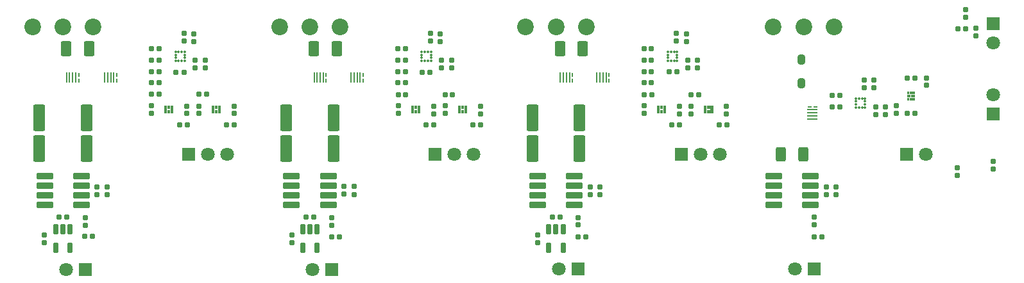
<source format=gts>
G04*
G04 #@! TF.GenerationSoftware,Altium Limited,Altium Designer,22.5.1 (42)*
G04*
G04 Layer_Color=8388736*
%FSLAX43Y43*%
%MOMM*%
G71*
G04*
G04 #@! TF.SameCoordinates,4758D546-D6FF-4842-BEF5-D4663405D71A*
G04*
G04*
G04 #@! TF.FilePolarity,Negative*
G04*
G01*
G75*
%ADD13O,0.180X0.560*%
%ADD14O,0.180X1.362*%
%ADD15O,1.362X0.180*%
%ADD16O,0.560X0.180*%
%ADD17C,0.350*%
G04:AMPARAMS|DCode=18|XSize=0.71mm|YSize=0.7mm|CornerRadius=0.125mm|HoleSize=0mm|Usage=FLASHONLY|Rotation=270.000|XOffset=0mm|YOffset=0mm|HoleType=Round|Shape=RoundedRectangle|*
%AMROUNDEDRECTD18*
21,1,0.710,0.450,0,0,270.0*
21,1,0.460,0.700,0,0,270.0*
1,1,0.250,-0.225,-0.230*
1,1,0.250,-0.225,0.230*
1,1,0.250,0.225,0.230*
1,1,0.250,0.225,-0.230*
%
%ADD18ROUNDEDRECTD18*%
G04:AMPARAMS|DCode=19|XSize=0.71mm|YSize=0.7mm|CornerRadius=0.125mm|HoleSize=0mm|Usage=FLASHONLY|Rotation=0.000|XOffset=0mm|YOffset=0mm|HoleType=Round|Shape=RoundedRectangle|*
%AMROUNDEDRECTD19*
21,1,0.710,0.450,0,0,0.0*
21,1,0.460,0.700,0,0,0.0*
1,1,0.250,0.230,-0.225*
1,1,0.250,-0.230,-0.225*
1,1,0.250,-0.230,0.225*
1,1,0.250,0.230,0.225*
%
%ADD19ROUNDEDRECTD19*%
G04:AMPARAMS|DCode=20|XSize=0.69mm|YSize=0.7mm|CornerRadius=0.124mm|HoleSize=0mm|Usage=FLASHONLY|Rotation=270.000|XOffset=0mm|YOffset=0mm|HoleType=Round|Shape=RoundedRectangle|*
%AMROUNDEDRECTD20*
21,1,0.690,0.453,0,0,270.0*
21,1,0.443,0.700,0,0,270.0*
1,1,0.248,-0.226,-0.221*
1,1,0.248,-0.226,0.221*
1,1,0.248,0.226,0.221*
1,1,0.248,0.226,-0.221*
%
%ADD20ROUNDEDRECTD20*%
G04:AMPARAMS|DCode=21|XSize=0.97mm|YSize=1.3mm|CornerRadius=0.268mm|HoleSize=0mm|Usage=FLASHONLY|Rotation=0.000|XOffset=0mm|YOffset=0mm|HoleType=Round|Shape=RoundedRectangle|*
%AMROUNDEDRECTD21*
21,1,0.970,0.765,0,0,0.0*
21,1,0.435,1.300,0,0,0.0*
1,1,0.535,0.217,-0.383*
1,1,0.535,-0.217,-0.383*
1,1,0.535,-0.217,0.383*
1,1,0.535,0.217,0.383*
%
%ADD21ROUNDEDRECTD21*%
G04:AMPARAMS|DCode=22|XSize=0.69mm|YSize=0.7mm|CornerRadius=0.124mm|HoleSize=0mm|Usage=FLASHONLY|Rotation=180.000|XOffset=0mm|YOffset=0mm|HoleType=Round|Shape=RoundedRectangle|*
%AMROUNDEDRECTD22*
21,1,0.690,0.453,0,0,180.0*
21,1,0.443,0.700,0,0,180.0*
1,1,0.248,-0.221,0.226*
1,1,0.248,0.221,0.226*
1,1,0.248,0.221,-0.226*
1,1,0.248,-0.221,-0.226*
%
%ADD22ROUNDEDRECTD22*%
G04:AMPARAMS|DCode=23|XSize=0.78mm|YSize=2.27mm|CornerRadius=0.135mm|HoleSize=0mm|Usage=FLASHONLY|Rotation=90.000|XOffset=0mm|YOffset=0mm|HoleType=Round|Shape=RoundedRectangle|*
%AMROUNDEDRECTD23*
21,1,0.780,2.000,0,0,90.0*
21,1,0.510,2.270,0,0,90.0*
1,1,0.270,1.000,0.255*
1,1,0.270,1.000,-0.255*
1,1,0.270,-1.000,-0.255*
1,1,0.270,-1.000,0.255*
%
%ADD23ROUNDEDRECTD23*%
G04:AMPARAMS|DCode=24|XSize=1.3mm|YSize=1.93mm|CornerRadius=0.2mm|HoleSize=0mm|Usage=FLASHONLY|Rotation=0.000|XOffset=0mm|YOffset=0mm|HoleType=Round|Shape=RoundedRectangle|*
%AMROUNDEDRECTD24*
21,1,1.300,1.530,0,0,0.0*
21,1,0.900,1.930,0,0,0.0*
1,1,0.400,0.450,-0.765*
1,1,0.400,-0.450,-0.765*
1,1,0.400,-0.450,0.765*
1,1,0.400,0.450,0.765*
%
%ADD24ROUNDEDRECTD24*%
G04:AMPARAMS|DCode=25|XSize=1.55mm|YSize=3.53mm|CornerRadius=0.231mm|HoleSize=0mm|Usage=FLASHONLY|Rotation=0.000|XOffset=0mm|YOffset=0mm|HoleType=Round|Shape=RoundedRectangle|*
%AMROUNDEDRECTD25*
21,1,1.550,3.068,0,0,0.0*
21,1,1.087,3.530,0,0,0.0*
1,1,0.463,0.544,-1.534*
1,1,0.463,-0.544,-1.534*
1,1,0.463,-0.544,1.534*
1,1,0.463,0.544,1.534*
%
%ADD25ROUNDEDRECTD25*%
G04:AMPARAMS|DCode=26|XSize=1.38mm|YSize=1.97mm|CornerRadius=0.21mm|HoleSize=0mm|Usage=FLASHONLY|Rotation=180.000|XOffset=0mm|YOffset=0mm|HoleType=Round|Shape=RoundedRectangle|*
%AMROUNDEDRECTD26*
21,1,1.380,1.550,0,0,180.0*
21,1,0.960,1.970,0,0,180.0*
1,1,0.420,-0.480,0.775*
1,1,0.420,0.480,0.775*
1,1,0.420,0.480,-0.775*
1,1,0.420,-0.480,-0.775*
%
%ADD26ROUNDEDRECTD26*%
G04:AMPARAMS|DCode=27|XSize=0.71mm|YSize=1.36mm|CornerRadius=0.126mm|HoleSize=0mm|Usage=FLASHONLY|Rotation=0.000|XOffset=0mm|YOffset=0mm|HoleType=Round|Shape=RoundedRectangle|*
%AMROUNDEDRECTD27*
21,1,0.710,1.108,0,0,0.0*
21,1,0.458,1.360,0,0,0.0*
1,1,0.253,0.229,-0.554*
1,1,0.253,-0.229,-0.554*
1,1,0.253,-0.229,0.554*
1,1,0.253,0.229,0.554*
%
%ADD27ROUNDEDRECTD27*%
%ADD28R,1.800X1.800*%
%ADD29C,1.800*%
%ADD30R,1.800X1.800*%
%ADD31C,2.200*%
G36*
X54090Y6827D02*
X53790D01*
Y7177D01*
X54090D01*
Y6827D01*
D02*
G37*
G36*
X53740D02*
X53440D01*
Y7178D01*
X53740D01*
Y6827D01*
D02*
G37*
G36*
X53390D02*
X53089D01*
Y7178D01*
X53390D01*
Y6827D01*
D02*
G37*
G36*
X54090Y6402D02*
X53640D01*
Y6752D01*
X54090D01*
Y6402D01*
D02*
G37*
G36*
X53540D02*
X53089D01*
Y6753D01*
X53540D01*
Y6402D01*
D02*
G37*
G36*
X54090Y5977D02*
X53790D01*
Y6327D01*
X54090D01*
Y5977D01*
D02*
G37*
G36*
X53740D02*
X53440D01*
Y6327D01*
X53740D01*
Y5977D01*
D02*
G37*
G36*
X53390D02*
X53090D01*
Y6327D01*
X53390D01*
Y5977D01*
D02*
G37*
G36*
X-37490Y4997D02*
X-37841D01*
Y5298D01*
X-37490D01*
Y4997D01*
D02*
G37*
G36*
X-38341D02*
X-38691D01*
Y5297D01*
X-38341D01*
Y4997D01*
D02*
G37*
G36*
X-43718D02*
X-44069D01*
Y5298D01*
X-43718D01*
Y4997D01*
D02*
G37*
G36*
X-44569D02*
X-44919D01*
Y5297D01*
X-44569D01*
Y4997D01*
D02*
G37*
G36*
X27491Y4989D02*
X27141D01*
Y5289D01*
X27491D01*
Y4989D01*
D02*
G37*
G36*
X26640D02*
X26291D01*
Y5289D01*
X26640D01*
Y4989D01*
D02*
G37*
G36*
X21301D02*
X20950D01*
Y5289D01*
X21301D01*
Y4989D01*
D02*
G37*
G36*
X20450D02*
X20100D01*
Y5289D01*
X20450D01*
Y4989D01*
D02*
G37*
G36*
X-4990D02*
X-5341D01*
Y5289D01*
X-4990D01*
Y4989D01*
D02*
G37*
G36*
X-5841D02*
X-6191D01*
Y5289D01*
X-5841D01*
Y4989D01*
D02*
G37*
G36*
X-11180D02*
X-11531D01*
Y5289D01*
X-11180D01*
Y4989D01*
D02*
G37*
G36*
X-12031D02*
X-12381D01*
Y5289D01*
X-12031D01*
Y4989D01*
D02*
G37*
G36*
X-37916Y4847D02*
X-38266D01*
Y5298D01*
X-37916D01*
Y4847D01*
D02*
G37*
G36*
X-44144D02*
X-44494D01*
Y5298D01*
X-44144D01*
Y4847D01*
D02*
G37*
G36*
X27066Y4839D02*
X26716D01*
Y5289D01*
X27066D01*
Y4839D01*
D02*
G37*
G36*
X20875D02*
X20525D01*
Y5289D01*
X20875D01*
Y4839D01*
D02*
G37*
G36*
X-5415D02*
X-5766D01*
Y5289D01*
X-5415D01*
Y4839D01*
D02*
G37*
G36*
X-11606D02*
X-11956D01*
Y5289D01*
X-11606D01*
Y4839D01*
D02*
G37*
G36*
X-37490Y4647D02*
X-37841D01*
Y4947D01*
X-37490D01*
Y4647D01*
D02*
G37*
G36*
X-38341D02*
X-38691D01*
Y4947D01*
X-38341D01*
Y4647D01*
D02*
G37*
G36*
X-43718D02*
X-44069D01*
Y4947D01*
X-43718D01*
Y4647D01*
D02*
G37*
G36*
X-44569D02*
X-44919D01*
Y4947D01*
X-44569D01*
Y4647D01*
D02*
G37*
G36*
X27492Y4639D02*
X27141D01*
Y4939D01*
X27492D01*
Y4639D01*
D02*
G37*
G36*
X26640D02*
X26291D01*
Y4939D01*
X26640D01*
Y4639D01*
D02*
G37*
G36*
X21301D02*
X20950D01*
Y4939D01*
X21301D01*
Y4639D01*
D02*
G37*
G36*
X20450D02*
X20100D01*
Y4939D01*
X20450D01*
Y4639D01*
D02*
G37*
G36*
X-4990D02*
X-5341D01*
Y4939D01*
X-4990D01*
Y4639D01*
D02*
G37*
G36*
X-5841D02*
X-6191D01*
Y4939D01*
X-5841D01*
Y4639D01*
D02*
G37*
G36*
X-11180D02*
X-11531D01*
Y4939D01*
X-11180D01*
Y4639D01*
D02*
G37*
G36*
X-12031D02*
X-12381D01*
Y4939D01*
X-12031D01*
Y4639D01*
D02*
G37*
G36*
X-37491Y4297D02*
X-37841D01*
Y4597D01*
X-37491D01*
Y4297D01*
D02*
G37*
G36*
X-37916D02*
X-38266D01*
Y4747D01*
X-37916D01*
Y4297D01*
D02*
G37*
G36*
X-38341D02*
X-38691D01*
Y4597D01*
X-38341D01*
Y4297D01*
D02*
G37*
G36*
X-43719D02*
X-44069D01*
Y4597D01*
X-43719D01*
Y4297D01*
D02*
G37*
G36*
X-44144D02*
X-44494D01*
Y4747D01*
X-44144D01*
Y4297D01*
D02*
G37*
G36*
X-44569D02*
X-44919D01*
Y4597D01*
X-44569D01*
Y4297D01*
D02*
G37*
G36*
X27491Y4289D02*
X27141D01*
Y4589D01*
X27491D01*
Y4289D01*
D02*
G37*
G36*
X27066D02*
X26716D01*
Y4739D01*
X27066D01*
Y4289D01*
D02*
G37*
G36*
X26641D02*
X26291D01*
Y4589D01*
X26641D01*
Y4289D01*
D02*
G37*
G36*
X21300D02*
X20950D01*
Y4589D01*
X21300D01*
Y4289D01*
D02*
G37*
G36*
X20875D02*
X20525D01*
Y4739D01*
X20875D01*
Y4289D01*
D02*
G37*
G36*
X20450D02*
X20100D01*
Y4589D01*
X20450D01*
Y4289D01*
D02*
G37*
G36*
X-4991D02*
X-5341D01*
Y4589D01*
X-4991D01*
Y4289D01*
D02*
G37*
G36*
X-5416D02*
X-5766D01*
Y4739D01*
X-5416D01*
Y4289D01*
D02*
G37*
G36*
X-5841D02*
X-6191D01*
Y4589D01*
X-5841D01*
Y4289D01*
D02*
G37*
G36*
X-11181D02*
X-11531D01*
Y4589D01*
X-11181D01*
Y4289D01*
D02*
G37*
G36*
X-11606D02*
X-11956D01*
Y4739D01*
X-11606D01*
Y4289D01*
D02*
G37*
G36*
X-12031D02*
X-12381D01*
Y4589D01*
X-12031D01*
Y4289D01*
D02*
G37*
D13*
X13756Y8593D02*
D03*
Y9395D02*
D03*
X-56240Y9403D02*
D03*
Y8601D02*
D03*
X-23566Y8601D02*
D03*
Y9403D02*
D03*
X8926Y9403D02*
D03*
Y8601D02*
D03*
X-51198Y8601D02*
D03*
Y9403D02*
D03*
X-18683Y9395D02*
D03*
Y8593D02*
D03*
D14*
X13356Y8994D02*
D03*
X12956D02*
D03*
X12556D02*
D03*
X12156D02*
D03*
X-57840Y9002D02*
D03*
X-57440D02*
D03*
X-57040D02*
D03*
X-56640D02*
D03*
X-23966Y9002D02*
D03*
X-24366D02*
D03*
X-24766D02*
D03*
X-25166D02*
D03*
X7326Y9002D02*
D03*
X7726D02*
D03*
X8126D02*
D03*
X8526D02*
D03*
X-51598Y9002D02*
D03*
X-51998D02*
D03*
X-52398D02*
D03*
X-52798D02*
D03*
X-20283Y8994D02*
D03*
X-19883D02*
D03*
X-19483D02*
D03*
X-19083D02*
D03*
D15*
X40592Y3553D02*
D03*
Y3953D02*
D03*
Y4353D02*
D03*
Y4753D02*
D03*
D16*
X40191Y5153D02*
D03*
X40993D02*
D03*
D17*
X-42257Y11226D02*
D03*
X-42657D02*
D03*
X-43057D02*
D03*
X-42257Y11626D02*
D03*
X-43457Y11226D02*
D03*
Y11626D02*
D03*
Y12026D02*
D03*
X-42257D02*
D03*
Y12426D02*
D03*
X-42657D02*
D03*
X-43057D02*
D03*
X-43457D02*
D03*
X-10957Y12417D02*
D03*
X-10557D02*
D03*
X-10157D02*
D03*
X-9757D02*
D03*
Y12017D02*
D03*
X-10957D02*
D03*
Y11617D02*
D03*
Y11217D02*
D03*
X-9757Y11617D02*
D03*
X-10557Y11217D02*
D03*
X-10157D02*
D03*
X-9757D02*
D03*
X22725D02*
D03*
X22325D02*
D03*
X21925D02*
D03*
X22725Y11617D02*
D03*
X21525Y11217D02*
D03*
Y11617D02*
D03*
Y12017D02*
D03*
X22725D02*
D03*
Y12417D02*
D03*
X22325D02*
D03*
X21925D02*
D03*
X21525D02*
D03*
X46348Y6252D02*
D03*
X46748D02*
D03*
X47148D02*
D03*
X47548D02*
D03*
Y5852D02*
D03*
X46348D02*
D03*
Y5452D02*
D03*
Y5052D02*
D03*
X47548Y5452D02*
D03*
X46748Y5052D02*
D03*
X47148D02*
D03*
X47548D02*
D03*
D18*
X59709Y-2902D02*
D03*
Y-3902D02*
D03*
X60803Y16970D02*
D03*
Y17970D02*
D03*
X64465Y-3102D02*
D03*
Y-2102D02*
D03*
X40813Y-10473D02*
D03*
Y-9473D02*
D03*
X51654Y5274D02*
D03*
Y4274D02*
D03*
X55599Y8968D02*
D03*
Y7968D02*
D03*
X24593Y4239D02*
D03*
Y5239D02*
D03*
X29256Y4239D02*
D03*
Y5239D02*
D03*
X23065Y4239D02*
D03*
Y5239D02*
D03*
X18402Y4289D02*
D03*
Y5289D02*
D03*
X-9416Y4239D02*
D03*
Y5239D02*
D03*
X-7888Y4289D02*
D03*
Y5289D02*
D03*
X-3225Y4239D02*
D03*
Y5239D02*
D03*
X-14073Y4294D02*
D03*
Y5294D02*
D03*
X-35726Y5247D02*
D03*
Y4247D02*
D03*
X-40409Y5247D02*
D03*
Y4247D02*
D03*
X-41954Y5247D02*
D03*
Y4247D02*
D03*
X-46617Y5297D02*
D03*
Y4297D02*
D03*
X9656Y-9483D02*
D03*
Y-10483D02*
D03*
X-22880Y-9517D02*
D03*
Y-10517D02*
D03*
X-55400Y-9506D02*
D03*
Y-10506D02*
D03*
D19*
X60789Y15451D02*
D03*
X59789D02*
D03*
X54130Y4269D02*
D03*
X53130D02*
D03*
X54140Y8943D02*
D03*
X53140D02*
D03*
X43176Y6669D02*
D03*
X44176D02*
D03*
X43176Y5162D02*
D03*
X44176D02*
D03*
X18352Y12834D02*
D03*
X19352D02*
D03*
X18352Y11328D02*
D03*
X19352D02*
D03*
X18352Y9817D02*
D03*
X19352D02*
D03*
X18352Y8307D02*
D03*
X19352D02*
D03*
X-14129Y12834D02*
D03*
X-13129D02*
D03*
X-14129Y11328D02*
D03*
X-13129D02*
D03*
X-14129Y9817D02*
D03*
X-13129D02*
D03*
X-14129Y8307D02*
D03*
X-13129D02*
D03*
X25593Y6730D02*
D03*
X24593D02*
D03*
X29281Y2780D02*
D03*
X28281D02*
D03*
X23065D02*
D03*
X22065D02*
D03*
X19408Y6775D02*
D03*
X18408D02*
D03*
X-6888Y6780D02*
D03*
X-7888D02*
D03*
X-3200Y2780D02*
D03*
X-4200D02*
D03*
X-9416D02*
D03*
X-10416D02*
D03*
X-13073Y6775D02*
D03*
X-14073D02*
D03*
X-40389Y6788D02*
D03*
X-39389D02*
D03*
X-36701Y2788D02*
D03*
X-35701D02*
D03*
X-46605Y6788D02*
D03*
X-45605D02*
D03*
X-42916Y2788D02*
D03*
X-41916D02*
D03*
X-45629Y11336D02*
D03*
X-46629D02*
D03*
X-45629Y12843D02*
D03*
X-46629D02*
D03*
X-45629Y8315D02*
D03*
X-46629D02*
D03*
X-45629Y9826D02*
D03*
X-46629D02*
D03*
D20*
X62176Y14549D02*
D03*
Y15574D02*
D03*
X43722Y-6451D02*
D03*
Y-5426D02*
D03*
X42420Y-6451D02*
D03*
Y-5426D02*
D03*
X48715Y7655D02*
D03*
Y8680D02*
D03*
X47451D02*
D03*
Y7655D02*
D03*
X48943Y4095D02*
D03*
Y5120D02*
D03*
X50254Y5160D02*
D03*
Y4135D02*
D03*
X23952Y13795D02*
D03*
Y14820D02*
D03*
X22660Y14845D02*
D03*
Y13820D02*
D03*
X24119Y10260D02*
D03*
Y11285D02*
D03*
X25432Y11310D02*
D03*
Y10285D02*
D03*
X-8529Y13795D02*
D03*
Y14820D02*
D03*
X-9822Y14845D02*
D03*
Y13820D02*
D03*
X-7049Y11310D02*
D03*
Y10285D02*
D03*
X-8346Y10260D02*
D03*
Y11285D02*
D03*
X-41042Y14820D02*
D03*
Y13795D02*
D03*
X-42318Y13820D02*
D03*
Y14845D02*
D03*
X-39566Y10280D02*
D03*
Y11305D02*
D03*
X-40846Y11294D02*
D03*
Y10269D02*
D03*
X4374Y-11785D02*
D03*
Y-12810D02*
D03*
X12565Y-5426D02*
D03*
Y-6451D02*
D03*
X11263Y-5426D02*
D03*
Y-6451D02*
D03*
X-28113Y-11769D02*
D03*
Y-12794D02*
D03*
X-21223Y-5395D02*
D03*
Y-6420D02*
D03*
X-19922Y-5411D02*
D03*
Y-6436D02*
D03*
X-60754Y-11807D02*
D03*
Y-12832D02*
D03*
X-52491Y-5449D02*
D03*
Y-6474D02*
D03*
X-53792Y-5449D02*
D03*
Y-6474D02*
D03*
D21*
X39141Y8259D02*
D03*
Y11359D02*
D03*
D22*
X40818Y-12019D02*
D03*
X41843D02*
D03*
X21700Y9804D02*
D03*
X22725D02*
D03*
X-10879Y9707D02*
D03*
X-9854D02*
D03*
X-43379Y9715D02*
D03*
X-42354D02*
D03*
X6256Y-9438D02*
D03*
X7281D02*
D03*
X10686Y-12029D02*
D03*
X9661D02*
D03*
X-26231Y-9423D02*
D03*
X-25206D02*
D03*
X-21828Y-12029D02*
D03*
X-22853D02*
D03*
X-54397Y-12012D02*
D03*
X-55422D02*
D03*
X-58800Y-9461D02*
D03*
X-57775D02*
D03*
D23*
X40343Y-5279D02*
D03*
X35483Y-4009D02*
D03*
Y-5279D02*
D03*
Y-6549D02*
D03*
Y-7819D02*
D03*
X40343Y-4009D02*
D03*
Y-6549D02*
D03*
Y-7819D02*
D03*
X9186D02*
D03*
Y-6549D02*
D03*
Y-4009D02*
D03*
X4326Y-7819D02*
D03*
Y-6549D02*
D03*
Y-5279D02*
D03*
Y-4009D02*
D03*
X9186Y-5279D02*
D03*
X-23301Y-7804D02*
D03*
Y-6534D02*
D03*
Y-3994D02*
D03*
X-28161Y-7804D02*
D03*
Y-6534D02*
D03*
Y-5264D02*
D03*
Y-3994D02*
D03*
X-23301Y-5264D02*
D03*
X-55870Y-7842D02*
D03*
Y-6572D02*
D03*
Y-4032D02*
D03*
X-60730Y-7842D02*
D03*
Y-6572D02*
D03*
Y-5302D02*
D03*
Y-4032D02*
D03*
X-55870Y-5302D02*
D03*
D24*
X39400Y-1112D02*
D03*
X36400D02*
D03*
D25*
X3641Y-337D02*
D03*
X9871D02*
D03*
X-55185Y3663D02*
D03*
X-61415D02*
D03*
X9871D02*
D03*
X3641D02*
D03*
X-22616D02*
D03*
X-28846D02*
D03*
X-22616Y-337D02*
D03*
X-28846D02*
D03*
X-55185D02*
D03*
X-61415D02*
D03*
D26*
X10282Y12846D02*
D03*
X7282D02*
D03*
X-22189D02*
D03*
X-25189D02*
D03*
X-54863D02*
D03*
X-57863D02*
D03*
D27*
X7693Y-13500D02*
D03*
X5793D02*
D03*
Y-11050D02*
D03*
X6743D02*
D03*
X7693D02*
D03*
X-24793Y-13485D02*
D03*
X-26693D02*
D03*
Y-11035D02*
D03*
X-25743D02*
D03*
X-24793D02*
D03*
X-57362Y-13523D02*
D03*
X-59262D02*
D03*
Y-11073D02*
D03*
X-58312D02*
D03*
X-57362D02*
D03*
D28*
X64425Y4192D02*
D03*
X64425Y16098D02*
D03*
D29*
X64425Y6732D02*
D03*
X64425Y13558D02*
D03*
X38293Y-16312D02*
D03*
X55521Y-1120D02*
D03*
X28346D02*
D03*
X25806D02*
D03*
X-4135D02*
D03*
X-6675D02*
D03*
X-25400Y-16355D02*
D03*
X-39176Y-1112D02*
D03*
X-36636D02*
D03*
X-57937Y-16362D02*
D03*
X7136Y-16322D02*
D03*
D30*
X40833Y-16312D02*
D03*
X52981Y-1120D02*
D03*
X23266D02*
D03*
X-9215D02*
D03*
X-22860Y-16355D02*
D03*
X-41716Y-1112D02*
D03*
X-55397Y-16362D02*
D03*
X9676Y-16322D02*
D03*
D31*
X-54300Y15710D02*
D03*
X-62300D02*
D03*
X-58300D02*
D03*
X-25741D02*
D03*
X-29741D02*
D03*
X-21741D02*
D03*
X10750D02*
D03*
X2750D02*
D03*
X6750D02*
D03*
X39441D02*
D03*
X35441D02*
D03*
X43441D02*
D03*
M02*

</source>
